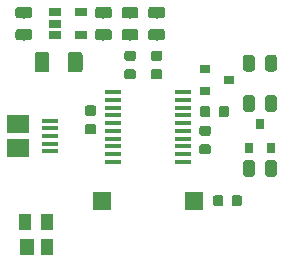
<source format=gbr>
G04 #@! TF.GenerationSoftware,KiCad,Pcbnew,(5.1.4-7-g8dd734fbd)*
G04 #@! TF.CreationDate,2019-08-30T10:47:23+03:00*
G04 #@! TF.ProjectId,stm32_ds2480_emu,73746d33-325f-4647-9332-3438305f656d,rev?*
G04 #@! TF.SameCoordinates,Original*
G04 #@! TF.FileFunction,Paste,Top*
G04 #@! TF.FilePolarity,Positive*
%FSLAX46Y46*%
G04 Gerber Fmt 4.6, Leading zero omitted, Abs format (unit mm)*
G04 Created by KiCad (PCBNEW (5.1.4-7-g8dd734fbd)) date 2019-08-30 10:47:23*
%MOMM*%
%LPD*%
G04 APERTURE LIST*
%ADD10C,0.100000*%
%ADD11C,0.975000*%
%ADD12C,0.875000*%
%ADD13R,1.000000X1.400000*%
%ADD14R,1.200000X1.400000*%
%ADD15R,0.800000X0.900000*%
%ADD16C,1.250000*%
%ADD17R,1.900000X1.500000*%
%ADD18R,1.350000X0.400000*%
%ADD19R,0.900000X0.800000*%
%ADD20R,1.500000X1.500000*%
%ADD21R,1.060000X0.650000*%
%ADD22R,1.450000X0.450000*%
G04 APERTURE END LIST*
D10*
G36*
X115230142Y-76201174D02*
G01*
X115253803Y-76204684D01*
X115277007Y-76210496D01*
X115299529Y-76218554D01*
X115321153Y-76228782D01*
X115341670Y-76241079D01*
X115360883Y-76255329D01*
X115378607Y-76271393D01*
X115394671Y-76289117D01*
X115408921Y-76308330D01*
X115421218Y-76328847D01*
X115431446Y-76350471D01*
X115439504Y-76372993D01*
X115445316Y-76396197D01*
X115448826Y-76419858D01*
X115450000Y-76443750D01*
X115450000Y-76931250D01*
X115448826Y-76955142D01*
X115445316Y-76978803D01*
X115439504Y-77002007D01*
X115431446Y-77024529D01*
X115421218Y-77046153D01*
X115408921Y-77066670D01*
X115394671Y-77085883D01*
X115378607Y-77103607D01*
X115360883Y-77119671D01*
X115341670Y-77133921D01*
X115321153Y-77146218D01*
X115299529Y-77156446D01*
X115277007Y-77164504D01*
X115253803Y-77170316D01*
X115230142Y-77173826D01*
X115206250Y-77175000D01*
X114293750Y-77175000D01*
X114269858Y-77173826D01*
X114246197Y-77170316D01*
X114222993Y-77164504D01*
X114200471Y-77156446D01*
X114178847Y-77146218D01*
X114158330Y-77133921D01*
X114139117Y-77119671D01*
X114121393Y-77103607D01*
X114105329Y-77085883D01*
X114091079Y-77066670D01*
X114078782Y-77046153D01*
X114068554Y-77024529D01*
X114060496Y-77002007D01*
X114054684Y-76978803D01*
X114051174Y-76955142D01*
X114050000Y-76931250D01*
X114050000Y-76443750D01*
X114051174Y-76419858D01*
X114054684Y-76396197D01*
X114060496Y-76372993D01*
X114068554Y-76350471D01*
X114078782Y-76328847D01*
X114091079Y-76308330D01*
X114105329Y-76289117D01*
X114121393Y-76271393D01*
X114139117Y-76255329D01*
X114158330Y-76241079D01*
X114178847Y-76228782D01*
X114200471Y-76218554D01*
X114222993Y-76210496D01*
X114246197Y-76204684D01*
X114269858Y-76201174D01*
X114293750Y-76200000D01*
X115206250Y-76200000D01*
X115230142Y-76201174D01*
X115230142Y-76201174D01*
G37*
D11*
X114750000Y-76687500D03*
D10*
G36*
X115230142Y-74326174D02*
G01*
X115253803Y-74329684D01*
X115277007Y-74335496D01*
X115299529Y-74343554D01*
X115321153Y-74353782D01*
X115341670Y-74366079D01*
X115360883Y-74380329D01*
X115378607Y-74396393D01*
X115394671Y-74414117D01*
X115408921Y-74433330D01*
X115421218Y-74453847D01*
X115431446Y-74475471D01*
X115439504Y-74497993D01*
X115445316Y-74521197D01*
X115448826Y-74544858D01*
X115450000Y-74568750D01*
X115450000Y-75056250D01*
X115448826Y-75080142D01*
X115445316Y-75103803D01*
X115439504Y-75127007D01*
X115431446Y-75149529D01*
X115421218Y-75171153D01*
X115408921Y-75191670D01*
X115394671Y-75210883D01*
X115378607Y-75228607D01*
X115360883Y-75244671D01*
X115341670Y-75258921D01*
X115321153Y-75271218D01*
X115299529Y-75281446D01*
X115277007Y-75289504D01*
X115253803Y-75295316D01*
X115230142Y-75298826D01*
X115206250Y-75300000D01*
X114293750Y-75300000D01*
X114269858Y-75298826D01*
X114246197Y-75295316D01*
X114222993Y-75289504D01*
X114200471Y-75281446D01*
X114178847Y-75271218D01*
X114158330Y-75258921D01*
X114139117Y-75244671D01*
X114121393Y-75228607D01*
X114105329Y-75210883D01*
X114091079Y-75191670D01*
X114078782Y-75171153D01*
X114068554Y-75149529D01*
X114060496Y-75127007D01*
X114054684Y-75103803D01*
X114051174Y-75080142D01*
X114050000Y-75056250D01*
X114050000Y-74568750D01*
X114051174Y-74544858D01*
X114054684Y-74521197D01*
X114060496Y-74497993D01*
X114068554Y-74475471D01*
X114078782Y-74453847D01*
X114091079Y-74433330D01*
X114105329Y-74414117D01*
X114121393Y-74396393D01*
X114139117Y-74380329D01*
X114158330Y-74366079D01*
X114178847Y-74353782D01*
X114200471Y-74343554D01*
X114222993Y-74335496D01*
X114246197Y-74329684D01*
X114269858Y-74326174D01*
X114293750Y-74325000D01*
X115206250Y-74325000D01*
X115230142Y-74326174D01*
X115230142Y-74326174D01*
G37*
D11*
X114750000Y-74812500D03*
D10*
G36*
X121980142Y-76201174D02*
G01*
X122003803Y-76204684D01*
X122027007Y-76210496D01*
X122049529Y-76218554D01*
X122071153Y-76228782D01*
X122091670Y-76241079D01*
X122110883Y-76255329D01*
X122128607Y-76271393D01*
X122144671Y-76289117D01*
X122158921Y-76308330D01*
X122171218Y-76328847D01*
X122181446Y-76350471D01*
X122189504Y-76372993D01*
X122195316Y-76396197D01*
X122198826Y-76419858D01*
X122200000Y-76443750D01*
X122200000Y-76931250D01*
X122198826Y-76955142D01*
X122195316Y-76978803D01*
X122189504Y-77002007D01*
X122181446Y-77024529D01*
X122171218Y-77046153D01*
X122158921Y-77066670D01*
X122144671Y-77085883D01*
X122128607Y-77103607D01*
X122110883Y-77119671D01*
X122091670Y-77133921D01*
X122071153Y-77146218D01*
X122049529Y-77156446D01*
X122027007Y-77164504D01*
X122003803Y-77170316D01*
X121980142Y-77173826D01*
X121956250Y-77175000D01*
X121043750Y-77175000D01*
X121019858Y-77173826D01*
X120996197Y-77170316D01*
X120972993Y-77164504D01*
X120950471Y-77156446D01*
X120928847Y-77146218D01*
X120908330Y-77133921D01*
X120889117Y-77119671D01*
X120871393Y-77103607D01*
X120855329Y-77085883D01*
X120841079Y-77066670D01*
X120828782Y-77046153D01*
X120818554Y-77024529D01*
X120810496Y-77002007D01*
X120804684Y-76978803D01*
X120801174Y-76955142D01*
X120800000Y-76931250D01*
X120800000Y-76443750D01*
X120801174Y-76419858D01*
X120804684Y-76396197D01*
X120810496Y-76372993D01*
X120818554Y-76350471D01*
X120828782Y-76328847D01*
X120841079Y-76308330D01*
X120855329Y-76289117D01*
X120871393Y-76271393D01*
X120889117Y-76255329D01*
X120908330Y-76241079D01*
X120928847Y-76228782D01*
X120950471Y-76218554D01*
X120972993Y-76210496D01*
X120996197Y-76204684D01*
X121019858Y-76201174D01*
X121043750Y-76200000D01*
X121956250Y-76200000D01*
X121980142Y-76201174D01*
X121980142Y-76201174D01*
G37*
D11*
X121500000Y-76687500D03*
D10*
G36*
X121980142Y-74326174D02*
G01*
X122003803Y-74329684D01*
X122027007Y-74335496D01*
X122049529Y-74343554D01*
X122071153Y-74353782D01*
X122091670Y-74366079D01*
X122110883Y-74380329D01*
X122128607Y-74396393D01*
X122144671Y-74414117D01*
X122158921Y-74433330D01*
X122171218Y-74453847D01*
X122181446Y-74475471D01*
X122189504Y-74497993D01*
X122195316Y-74521197D01*
X122198826Y-74544858D01*
X122200000Y-74568750D01*
X122200000Y-75056250D01*
X122198826Y-75080142D01*
X122195316Y-75103803D01*
X122189504Y-75127007D01*
X122181446Y-75149529D01*
X122171218Y-75171153D01*
X122158921Y-75191670D01*
X122144671Y-75210883D01*
X122128607Y-75228607D01*
X122110883Y-75244671D01*
X122091670Y-75258921D01*
X122071153Y-75271218D01*
X122049529Y-75281446D01*
X122027007Y-75289504D01*
X122003803Y-75295316D01*
X121980142Y-75298826D01*
X121956250Y-75300000D01*
X121043750Y-75300000D01*
X121019858Y-75298826D01*
X120996197Y-75295316D01*
X120972993Y-75289504D01*
X120950471Y-75281446D01*
X120928847Y-75271218D01*
X120908330Y-75258921D01*
X120889117Y-75244671D01*
X120871393Y-75228607D01*
X120855329Y-75210883D01*
X120841079Y-75191670D01*
X120828782Y-75171153D01*
X120818554Y-75149529D01*
X120810496Y-75127007D01*
X120804684Y-75103803D01*
X120801174Y-75080142D01*
X120800000Y-75056250D01*
X120800000Y-74568750D01*
X120801174Y-74544858D01*
X120804684Y-74521197D01*
X120810496Y-74497993D01*
X120818554Y-74475471D01*
X120828782Y-74453847D01*
X120841079Y-74433330D01*
X120855329Y-74414117D01*
X120871393Y-74396393D01*
X120889117Y-74380329D01*
X120908330Y-74366079D01*
X120928847Y-74353782D01*
X120950471Y-74343554D01*
X120972993Y-74335496D01*
X120996197Y-74329684D01*
X121019858Y-74326174D01*
X121043750Y-74325000D01*
X121956250Y-74325000D01*
X121980142Y-74326174D01*
X121980142Y-74326174D01*
G37*
D11*
X121500000Y-74812500D03*
D10*
G36*
X120677691Y-82676053D02*
G01*
X120698926Y-82679203D01*
X120719750Y-82684419D01*
X120739962Y-82691651D01*
X120759368Y-82700830D01*
X120777781Y-82711866D01*
X120795024Y-82724654D01*
X120810930Y-82739070D01*
X120825346Y-82754976D01*
X120838134Y-82772219D01*
X120849170Y-82790632D01*
X120858349Y-82810038D01*
X120865581Y-82830250D01*
X120870797Y-82851074D01*
X120873947Y-82872309D01*
X120875000Y-82893750D01*
X120875000Y-83331250D01*
X120873947Y-83352691D01*
X120870797Y-83373926D01*
X120865581Y-83394750D01*
X120858349Y-83414962D01*
X120849170Y-83434368D01*
X120838134Y-83452781D01*
X120825346Y-83470024D01*
X120810930Y-83485930D01*
X120795024Y-83500346D01*
X120777781Y-83513134D01*
X120759368Y-83524170D01*
X120739962Y-83533349D01*
X120719750Y-83540581D01*
X120698926Y-83545797D01*
X120677691Y-83548947D01*
X120656250Y-83550000D01*
X120143750Y-83550000D01*
X120122309Y-83548947D01*
X120101074Y-83545797D01*
X120080250Y-83540581D01*
X120060038Y-83533349D01*
X120040632Y-83524170D01*
X120022219Y-83513134D01*
X120004976Y-83500346D01*
X119989070Y-83485930D01*
X119974654Y-83470024D01*
X119961866Y-83452781D01*
X119950830Y-83434368D01*
X119941651Y-83414962D01*
X119934419Y-83394750D01*
X119929203Y-83373926D01*
X119926053Y-83352691D01*
X119925000Y-83331250D01*
X119925000Y-82893750D01*
X119926053Y-82872309D01*
X119929203Y-82851074D01*
X119934419Y-82830250D01*
X119941651Y-82810038D01*
X119950830Y-82790632D01*
X119961866Y-82772219D01*
X119974654Y-82754976D01*
X119989070Y-82739070D01*
X120004976Y-82724654D01*
X120022219Y-82711866D01*
X120040632Y-82700830D01*
X120060038Y-82691651D01*
X120080250Y-82684419D01*
X120101074Y-82679203D01*
X120122309Y-82676053D01*
X120143750Y-82675000D01*
X120656250Y-82675000D01*
X120677691Y-82676053D01*
X120677691Y-82676053D01*
G37*
D12*
X120400000Y-83112500D03*
D10*
G36*
X120677691Y-84251053D02*
G01*
X120698926Y-84254203D01*
X120719750Y-84259419D01*
X120739962Y-84266651D01*
X120759368Y-84275830D01*
X120777781Y-84286866D01*
X120795024Y-84299654D01*
X120810930Y-84314070D01*
X120825346Y-84329976D01*
X120838134Y-84347219D01*
X120849170Y-84365632D01*
X120858349Y-84385038D01*
X120865581Y-84405250D01*
X120870797Y-84426074D01*
X120873947Y-84447309D01*
X120875000Y-84468750D01*
X120875000Y-84906250D01*
X120873947Y-84927691D01*
X120870797Y-84948926D01*
X120865581Y-84969750D01*
X120858349Y-84989962D01*
X120849170Y-85009368D01*
X120838134Y-85027781D01*
X120825346Y-85045024D01*
X120810930Y-85060930D01*
X120795024Y-85075346D01*
X120777781Y-85088134D01*
X120759368Y-85099170D01*
X120739962Y-85108349D01*
X120719750Y-85115581D01*
X120698926Y-85120797D01*
X120677691Y-85123947D01*
X120656250Y-85125000D01*
X120143750Y-85125000D01*
X120122309Y-85123947D01*
X120101074Y-85120797D01*
X120080250Y-85115581D01*
X120060038Y-85108349D01*
X120040632Y-85099170D01*
X120022219Y-85088134D01*
X120004976Y-85075346D01*
X119989070Y-85060930D01*
X119974654Y-85045024D01*
X119961866Y-85027781D01*
X119950830Y-85009368D01*
X119941651Y-84989962D01*
X119934419Y-84969750D01*
X119929203Y-84948926D01*
X119926053Y-84927691D01*
X119925000Y-84906250D01*
X119925000Y-84468750D01*
X119926053Y-84447309D01*
X119929203Y-84426074D01*
X119934419Y-84405250D01*
X119941651Y-84385038D01*
X119950830Y-84365632D01*
X119961866Y-84347219D01*
X119974654Y-84329976D01*
X119989070Y-84314070D01*
X120004976Y-84299654D01*
X120022219Y-84286866D01*
X120040632Y-84275830D01*
X120060038Y-84266651D01*
X120080250Y-84259419D01*
X120101074Y-84254203D01*
X120122309Y-84251053D01*
X120143750Y-84250000D01*
X120656250Y-84250000D01*
X120677691Y-84251053D01*
X120677691Y-84251053D01*
G37*
D12*
X120400000Y-84687500D03*
D10*
G36*
X130377691Y-85951053D02*
G01*
X130398926Y-85954203D01*
X130419750Y-85959419D01*
X130439962Y-85966651D01*
X130459368Y-85975830D01*
X130477781Y-85986866D01*
X130495024Y-85999654D01*
X130510930Y-86014070D01*
X130525346Y-86029976D01*
X130538134Y-86047219D01*
X130549170Y-86065632D01*
X130558349Y-86085038D01*
X130565581Y-86105250D01*
X130570797Y-86126074D01*
X130573947Y-86147309D01*
X130575000Y-86168750D01*
X130575000Y-86606250D01*
X130573947Y-86627691D01*
X130570797Y-86648926D01*
X130565581Y-86669750D01*
X130558349Y-86689962D01*
X130549170Y-86709368D01*
X130538134Y-86727781D01*
X130525346Y-86745024D01*
X130510930Y-86760930D01*
X130495024Y-86775346D01*
X130477781Y-86788134D01*
X130459368Y-86799170D01*
X130439962Y-86808349D01*
X130419750Y-86815581D01*
X130398926Y-86820797D01*
X130377691Y-86823947D01*
X130356250Y-86825000D01*
X129843750Y-86825000D01*
X129822309Y-86823947D01*
X129801074Y-86820797D01*
X129780250Y-86815581D01*
X129760038Y-86808349D01*
X129740632Y-86799170D01*
X129722219Y-86788134D01*
X129704976Y-86775346D01*
X129689070Y-86760930D01*
X129674654Y-86745024D01*
X129661866Y-86727781D01*
X129650830Y-86709368D01*
X129641651Y-86689962D01*
X129634419Y-86669750D01*
X129629203Y-86648926D01*
X129626053Y-86627691D01*
X129625000Y-86606250D01*
X129625000Y-86168750D01*
X129626053Y-86147309D01*
X129629203Y-86126074D01*
X129634419Y-86105250D01*
X129641651Y-86085038D01*
X129650830Y-86065632D01*
X129661866Y-86047219D01*
X129674654Y-86029976D01*
X129689070Y-86014070D01*
X129704976Y-85999654D01*
X129722219Y-85986866D01*
X129740632Y-85975830D01*
X129760038Y-85966651D01*
X129780250Y-85959419D01*
X129801074Y-85954203D01*
X129822309Y-85951053D01*
X129843750Y-85950000D01*
X130356250Y-85950000D01*
X130377691Y-85951053D01*
X130377691Y-85951053D01*
G37*
D12*
X130100000Y-86387500D03*
D10*
G36*
X130377691Y-84376053D02*
G01*
X130398926Y-84379203D01*
X130419750Y-84384419D01*
X130439962Y-84391651D01*
X130459368Y-84400830D01*
X130477781Y-84411866D01*
X130495024Y-84424654D01*
X130510930Y-84439070D01*
X130525346Y-84454976D01*
X130538134Y-84472219D01*
X130549170Y-84490632D01*
X130558349Y-84510038D01*
X130565581Y-84530250D01*
X130570797Y-84551074D01*
X130573947Y-84572309D01*
X130575000Y-84593750D01*
X130575000Y-85031250D01*
X130573947Y-85052691D01*
X130570797Y-85073926D01*
X130565581Y-85094750D01*
X130558349Y-85114962D01*
X130549170Y-85134368D01*
X130538134Y-85152781D01*
X130525346Y-85170024D01*
X130510930Y-85185930D01*
X130495024Y-85200346D01*
X130477781Y-85213134D01*
X130459368Y-85224170D01*
X130439962Y-85233349D01*
X130419750Y-85240581D01*
X130398926Y-85245797D01*
X130377691Y-85248947D01*
X130356250Y-85250000D01*
X129843750Y-85250000D01*
X129822309Y-85248947D01*
X129801074Y-85245797D01*
X129780250Y-85240581D01*
X129760038Y-85233349D01*
X129740632Y-85224170D01*
X129722219Y-85213134D01*
X129704976Y-85200346D01*
X129689070Y-85185930D01*
X129674654Y-85170024D01*
X129661866Y-85152781D01*
X129650830Y-85134368D01*
X129641651Y-85114962D01*
X129634419Y-85094750D01*
X129629203Y-85073926D01*
X129626053Y-85052691D01*
X129625000Y-85031250D01*
X129625000Y-84593750D01*
X129626053Y-84572309D01*
X129629203Y-84551074D01*
X129634419Y-84530250D01*
X129641651Y-84510038D01*
X129650830Y-84490632D01*
X129661866Y-84472219D01*
X129674654Y-84454976D01*
X129689070Y-84439070D01*
X129704976Y-84424654D01*
X129722219Y-84411866D01*
X129740632Y-84400830D01*
X129760038Y-84391651D01*
X129780250Y-84384419D01*
X129801074Y-84379203D01*
X129822309Y-84376053D01*
X129843750Y-84375000D01*
X130356250Y-84375000D01*
X130377691Y-84376053D01*
X130377691Y-84376053D01*
G37*
D12*
X130100000Y-84812500D03*
D13*
X114850000Y-92500000D03*
X116750000Y-92500000D03*
X116750000Y-94700000D03*
D14*
X115030000Y-94700000D03*
D10*
G36*
X124230142Y-74326174D02*
G01*
X124253803Y-74329684D01*
X124277007Y-74335496D01*
X124299529Y-74343554D01*
X124321153Y-74353782D01*
X124341670Y-74366079D01*
X124360883Y-74380329D01*
X124378607Y-74396393D01*
X124394671Y-74414117D01*
X124408921Y-74433330D01*
X124421218Y-74453847D01*
X124431446Y-74475471D01*
X124439504Y-74497993D01*
X124445316Y-74521197D01*
X124448826Y-74544858D01*
X124450000Y-74568750D01*
X124450000Y-75056250D01*
X124448826Y-75080142D01*
X124445316Y-75103803D01*
X124439504Y-75127007D01*
X124431446Y-75149529D01*
X124421218Y-75171153D01*
X124408921Y-75191670D01*
X124394671Y-75210883D01*
X124378607Y-75228607D01*
X124360883Y-75244671D01*
X124341670Y-75258921D01*
X124321153Y-75271218D01*
X124299529Y-75281446D01*
X124277007Y-75289504D01*
X124253803Y-75295316D01*
X124230142Y-75298826D01*
X124206250Y-75300000D01*
X123293750Y-75300000D01*
X123269858Y-75298826D01*
X123246197Y-75295316D01*
X123222993Y-75289504D01*
X123200471Y-75281446D01*
X123178847Y-75271218D01*
X123158330Y-75258921D01*
X123139117Y-75244671D01*
X123121393Y-75228607D01*
X123105329Y-75210883D01*
X123091079Y-75191670D01*
X123078782Y-75171153D01*
X123068554Y-75149529D01*
X123060496Y-75127007D01*
X123054684Y-75103803D01*
X123051174Y-75080142D01*
X123050000Y-75056250D01*
X123050000Y-74568750D01*
X123051174Y-74544858D01*
X123054684Y-74521197D01*
X123060496Y-74497993D01*
X123068554Y-74475471D01*
X123078782Y-74453847D01*
X123091079Y-74433330D01*
X123105329Y-74414117D01*
X123121393Y-74396393D01*
X123139117Y-74380329D01*
X123158330Y-74366079D01*
X123178847Y-74353782D01*
X123200471Y-74343554D01*
X123222993Y-74335496D01*
X123246197Y-74329684D01*
X123269858Y-74326174D01*
X123293750Y-74325000D01*
X124206250Y-74325000D01*
X124230142Y-74326174D01*
X124230142Y-74326174D01*
G37*
D11*
X123750000Y-74812500D03*
D10*
G36*
X124230142Y-76201174D02*
G01*
X124253803Y-76204684D01*
X124277007Y-76210496D01*
X124299529Y-76218554D01*
X124321153Y-76228782D01*
X124341670Y-76241079D01*
X124360883Y-76255329D01*
X124378607Y-76271393D01*
X124394671Y-76289117D01*
X124408921Y-76308330D01*
X124421218Y-76328847D01*
X124431446Y-76350471D01*
X124439504Y-76372993D01*
X124445316Y-76396197D01*
X124448826Y-76419858D01*
X124450000Y-76443750D01*
X124450000Y-76931250D01*
X124448826Y-76955142D01*
X124445316Y-76978803D01*
X124439504Y-77002007D01*
X124431446Y-77024529D01*
X124421218Y-77046153D01*
X124408921Y-77066670D01*
X124394671Y-77085883D01*
X124378607Y-77103607D01*
X124360883Y-77119671D01*
X124341670Y-77133921D01*
X124321153Y-77146218D01*
X124299529Y-77156446D01*
X124277007Y-77164504D01*
X124253803Y-77170316D01*
X124230142Y-77173826D01*
X124206250Y-77175000D01*
X123293750Y-77175000D01*
X123269858Y-77173826D01*
X123246197Y-77170316D01*
X123222993Y-77164504D01*
X123200471Y-77156446D01*
X123178847Y-77146218D01*
X123158330Y-77133921D01*
X123139117Y-77119671D01*
X123121393Y-77103607D01*
X123105329Y-77085883D01*
X123091079Y-77066670D01*
X123078782Y-77046153D01*
X123068554Y-77024529D01*
X123060496Y-77002007D01*
X123054684Y-76978803D01*
X123051174Y-76955142D01*
X123050000Y-76931250D01*
X123050000Y-76443750D01*
X123051174Y-76419858D01*
X123054684Y-76396197D01*
X123060496Y-76372993D01*
X123068554Y-76350471D01*
X123078782Y-76328847D01*
X123091079Y-76308330D01*
X123105329Y-76289117D01*
X123121393Y-76271393D01*
X123139117Y-76255329D01*
X123158330Y-76241079D01*
X123178847Y-76228782D01*
X123200471Y-76218554D01*
X123222993Y-76210496D01*
X123246197Y-76204684D01*
X123269858Y-76201174D01*
X123293750Y-76200000D01*
X124206250Y-76200000D01*
X124230142Y-76201174D01*
X124230142Y-76201174D01*
G37*
D11*
X123750000Y-76687500D03*
D10*
G36*
X126480142Y-74326174D02*
G01*
X126503803Y-74329684D01*
X126527007Y-74335496D01*
X126549529Y-74343554D01*
X126571153Y-74353782D01*
X126591670Y-74366079D01*
X126610883Y-74380329D01*
X126628607Y-74396393D01*
X126644671Y-74414117D01*
X126658921Y-74433330D01*
X126671218Y-74453847D01*
X126681446Y-74475471D01*
X126689504Y-74497993D01*
X126695316Y-74521197D01*
X126698826Y-74544858D01*
X126700000Y-74568750D01*
X126700000Y-75056250D01*
X126698826Y-75080142D01*
X126695316Y-75103803D01*
X126689504Y-75127007D01*
X126681446Y-75149529D01*
X126671218Y-75171153D01*
X126658921Y-75191670D01*
X126644671Y-75210883D01*
X126628607Y-75228607D01*
X126610883Y-75244671D01*
X126591670Y-75258921D01*
X126571153Y-75271218D01*
X126549529Y-75281446D01*
X126527007Y-75289504D01*
X126503803Y-75295316D01*
X126480142Y-75298826D01*
X126456250Y-75300000D01*
X125543750Y-75300000D01*
X125519858Y-75298826D01*
X125496197Y-75295316D01*
X125472993Y-75289504D01*
X125450471Y-75281446D01*
X125428847Y-75271218D01*
X125408330Y-75258921D01*
X125389117Y-75244671D01*
X125371393Y-75228607D01*
X125355329Y-75210883D01*
X125341079Y-75191670D01*
X125328782Y-75171153D01*
X125318554Y-75149529D01*
X125310496Y-75127007D01*
X125304684Y-75103803D01*
X125301174Y-75080142D01*
X125300000Y-75056250D01*
X125300000Y-74568750D01*
X125301174Y-74544858D01*
X125304684Y-74521197D01*
X125310496Y-74497993D01*
X125318554Y-74475471D01*
X125328782Y-74453847D01*
X125341079Y-74433330D01*
X125355329Y-74414117D01*
X125371393Y-74396393D01*
X125389117Y-74380329D01*
X125408330Y-74366079D01*
X125428847Y-74353782D01*
X125450471Y-74343554D01*
X125472993Y-74335496D01*
X125496197Y-74329684D01*
X125519858Y-74326174D01*
X125543750Y-74325000D01*
X126456250Y-74325000D01*
X126480142Y-74326174D01*
X126480142Y-74326174D01*
G37*
D11*
X126000000Y-74812500D03*
D10*
G36*
X126480142Y-76201174D02*
G01*
X126503803Y-76204684D01*
X126527007Y-76210496D01*
X126549529Y-76218554D01*
X126571153Y-76228782D01*
X126591670Y-76241079D01*
X126610883Y-76255329D01*
X126628607Y-76271393D01*
X126644671Y-76289117D01*
X126658921Y-76308330D01*
X126671218Y-76328847D01*
X126681446Y-76350471D01*
X126689504Y-76372993D01*
X126695316Y-76396197D01*
X126698826Y-76419858D01*
X126700000Y-76443750D01*
X126700000Y-76931250D01*
X126698826Y-76955142D01*
X126695316Y-76978803D01*
X126689504Y-77002007D01*
X126681446Y-77024529D01*
X126671218Y-77046153D01*
X126658921Y-77066670D01*
X126644671Y-77085883D01*
X126628607Y-77103607D01*
X126610883Y-77119671D01*
X126591670Y-77133921D01*
X126571153Y-77146218D01*
X126549529Y-77156446D01*
X126527007Y-77164504D01*
X126503803Y-77170316D01*
X126480142Y-77173826D01*
X126456250Y-77175000D01*
X125543750Y-77175000D01*
X125519858Y-77173826D01*
X125496197Y-77170316D01*
X125472993Y-77164504D01*
X125450471Y-77156446D01*
X125428847Y-77146218D01*
X125408330Y-77133921D01*
X125389117Y-77119671D01*
X125371393Y-77103607D01*
X125355329Y-77085883D01*
X125341079Y-77066670D01*
X125328782Y-77046153D01*
X125318554Y-77024529D01*
X125310496Y-77002007D01*
X125304684Y-76978803D01*
X125301174Y-76955142D01*
X125300000Y-76931250D01*
X125300000Y-76443750D01*
X125301174Y-76419858D01*
X125304684Y-76396197D01*
X125310496Y-76372993D01*
X125318554Y-76350471D01*
X125328782Y-76328847D01*
X125341079Y-76308330D01*
X125355329Y-76289117D01*
X125371393Y-76271393D01*
X125389117Y-76255329D01*
X125408330Y-76241079D01*
X125428847Y-76228782D01*
X125450471Y-76218554D01*
X125472993Y-76210496D01*
X125496197Y-76204684D01*
X125519858Y-76201174D01*
X125543750Y-76200000D01*
X126456250Y-76200000D01*
X126480142Y-76201174D01*
X126480142Y-76201174D01*
G37*
D11*
X126000000Y-76687500D03*
D15*
X134750000Y-84250000D03*
X135700000Y-86250000D03*
X133800000Y-86250000D03*
D10*
G36*
X119499504Y-78126204D02*
G01*
X119523773Y-78129804D01*
X119547571Y-78135765D01*
X119570671Y-78144030D01*
X119592849Y-78154520D01*
X119613893Y-78167133D01*
X119633598Y-78181747D01*
X119651777Y-78198223D01*
X119668253Y-78216402D01*
X119682867Y-78236107D01*
X119695480Y-78257151D01*
X119705970Y-78279329D01*
X119714235Y-78302429D01*
X119720196Y-78326227D01*
X119723796Y-78350496D01*
X119725000Y-78375000D01*
X119725000Y-79625000D01*
X119723796Y-79649504D01*
X119720196Y-79673773D01*
X119714235Y-79697571D01*
X119705970Y-79720671D01*
X119695480Y-79742849D01*
X119682867Y-79763893D01*
X119668253Y-79783598D01*
X119651777Y-79801777D01*
X119633598Y-79818253D01*
X119613893Y-79832867D01*
X119592849Y-79845480D01*
X119570671Y-79855970D01*
X119547571Y-79864235D01*
X119523773Y-79870196D01*
X119499504Y-79873796D01*
X119475000Y-79875000D01*
X118725000Y-79875000D01*
X118700496Y-79873796D01*
X118676227Y-79870196D01*
X118652429Y-79864235D01*
X118629329Y-79855970D01*
X118607151Y-79845480D01*
X118586107Y-79832867D01*
X118566402Y-79818253D01*
X118548223Y-79801777D01*
X118531747Y-79783598D01*
X118517133Y-79763893D01*
X118504520Y-79742849D01*
X118494030Y-79720671D01*
X118485765Y-79697571D01*
X118479804Y-79673773D01*
X118476204Y-79649504D01*
X118475000Y-79625000D01*
X118475000Y-78375000D01*
X118476204Y-78350496D01*
X118479804Y-78326227D01*
X118485765Y-78302429D01*
X118494030Y-78279329D01*
X118504520Y-78257151D01*
X118517133Y-78236107D01*
X118531747Y-78216402D01*
X118548223Y-78198223D01*
X118566402Y-78181747D01*
X118586107Y-78167133D01*
X118607151Y-78154520D01*
X118629329Y-78144030D01*
X118652429Y-78135765D01*
X118676227Y-78129804D01*
X118700496Y-78126204D01*
X118725000Y-78125000D01*
X119475000Y-78125000D01*
X119499504Y-78126204D01*
X119499504Y-78126204D01*
G37*
D16*
X119100000Y-79000000D03*
D10*
G36*
X116699504Y-78126204D02*
G01*
X116723773Y-78129804D01*
X116747571Y-78135765D01*
X116770671Y-78144030D01*
X116792849Y-78154520D01*
X116813893Y-78167133D01*
X116833598Y-78181747D01*
X116851777Y-78198223D01*
X116868253Y-78216402D01*
X116882867Y-78236107D01*
X116895480Y-78257151D01*
X116905970Y-78279329D01*
X116914235Y-78302429D01*
X116920196Y-78326227D01*
X116923796Y-78350496D01*
X116925000Y-78375000D01*
X116925000Y-79625000D01*
X116923796Y-79649504D01*
X116920196Y-79673773D01*
X116914235Y-79697571D01*
X116905970Y-79720671D01*
X116895480Y-79742849D01*
X116882867Y-79763893D01*
X116868253Y-79783598D01*
X116851777Y-79801777D01*
X116833598Y-79818253D01*
X116813893Y-79832867D01*
X116792849Y-79845480D01*
X116770671Y-79855970D01*
X116747571Y-79864235D01*
X116723773Y-79870196D01*
X116699504Y-79873796D01*
X116675000Y-79875000D01*
X115925000Y-79875000D01*
X115900496Y-79873796D01*
X115876227Y-79870196D01*
X115852429Y-79864235D01*
X115829329Y-79855970D01*
X115807151Y-79845480D01*
X115786107Y-79832867D01*
X115766402Y-79818253D01*
X115748223Y-79801777D01*
X115731747Y-79783598D01*
X115717133Y-79763893D01*
X115704520Y-79742849D01*
X115694030Y-79720671D01*
X115685765Y-79697571D01*
X115679804Y-79673773D01*
X115676204Y-79649504D01*
X115675000Y-79625000D01*
X115675000Y-78375000D01*
X115676204Y-78350496D01*
X115679804Y-78326227D01*
X115685765Y-78302429D01*
X115694030Y-78279329D01*
X115704520Y-78257151D01*
X115717133Y-78236107D01*
X115731747Y-78216402D01*
X115748223Y-78198223D01*
X115766402Y-78181747D01*
X115786107Y-78167133D01*
X115807151Y-78154520D01*
X115829329Y-78144030D01*
X115852429Y-78135765D01*
X115876227Y-78129804D01*
X115900496Y-78126204D01*
X115925000Y-78125000D01*
X116675000Y-78125000D01*
X116699504Y-78126204D01*
X116699504Y-78126204D01*
G37*
D16*
X116300000Y-79000000D03*
D17*
X114262500Y-86250000D03*
D18*
X116962500Y-84600000D03*
X116962500Y-83950000D03*
X116962500Y-86550000D03*
X116962500Y-85900000D03*
X116962500Y-85250000D03*
D17*
X114262500Y-84250000D03*
D19*
X132100000Y-80500000D03*
X130100000Y-81450000D03*
X130100000Y-79550000D03*
D10*
G36*
X133027691Y-90276053D02*
G01*
X133048926Y-90279203D01*
X133069750Y-90284419D01*
X133089962Y-90291651D01*
X133109368Y-90300830D01*
X133127781Y-90311866D01*
X133145024Y-90324654D01*
X133160930Y-90339070D01*
X133175346Y-90354976D01*
X133188134Y-90372219D01*
X133199170Y-90390632D01*
X133208349Y-90410038D01*
X133215581Y-90430250D01*
X133220797Y-90451074D01*
X133223947Y-90472309D01*
X133225000Y-90493750D01*
X133225000Y-91006250D01*
X133223947Y-91027691D01*
X133220797Y-91048926D01*
X133215581Y-91069750D01*
X133208349Y-91089962D01*
X133199170Y-91109368D01*
X133188134Y-91127781D01*
X133175346Y-91145024D01*
X133160930Y-91160930D01*
X133145024Y-91175346D01*
X133127781Y-91188134D01*
X133109368Y-91199170D01*
X133089962Y-91208349D01*
X133069750Y-91215581D01*
X133048926Y-91220797D01*
X133027691Y-91223947D01*
X133006250Y-91225000D01*
X132568750Y-91225000D01*
X132547309Y-91223947D01*
X132526074Y-91220797D01*
X132505250Y-91215581D01*
X132485038Y-91208349D01*
X132465632Y-91199170D01*
X132447219Y-91188134D01*
X132429976Y-91175346D01*
X132414070Y-91160930D01*
X132399654Y-91145024D01*
X132386866Y-91127781D01*
X132375830Y-91109368D01*
X132366651Y-91089962D01*
X132359419Y-91069750D01*
X132354203Y-91048926D01*
X132351053Y-91027691D01*
X132350000Y-91006250D01*
X132350000Y-90493750D01*
X132351053Y-90472309D01*
X132354203Y-90451074D01*
X132359419Y-90430250D01*
X132366651Y-90410038D01*
X132375830Y-90390632D01*
X132386866Y-90372219D01*
X132399654Y-90354976D01*
X132414070Y-90339070D01*
X132429976Y-90324654D01*
X132447219Y-90311866D01*
X132465632Y-90300830D01*
X132485038Y-90291651D01*
X132505250Y-90284419D01*
X132526074Y-90279203D01*
X132547309Y-90276053D01*
X132568750Y-90275000D01*
X133006250Y-90275000D01*
X133027691Y-90276053D01*
X133027691Y-90276053D01*
G37*
D12*
X132787500Y-90750000D03*
D10*
G36*
X131452691Y-90276053D02*
G01*
X131473926Y-90279203D01*
X131494750Y-90284419D01*
X131514962Y-90291651D01*
X131534368Y-90300830D01*
X131552781Y-90311866D01*
X131570024Y-90324654D01*
X131585930Y-90339070D01*
X131600346Y-90354976D01*
X131613134Y-90372219D01*
X131624170Y-90390632D01*
X131633349Y-90410038D01*
X131640581Y-90430250D01*
X131645797Y-90451074D01*
X131648947Y-90472309D01*
X131650000Y-90493750D01*
X131650000Y-91006250D01*
X131648947Y-91027691D01*
X131645797Y-91048926D01*
X131640581Y-91069750D01*
X131633349Y-91089962D01*
X131624170Y-91109368D01*
X131613134Y-91127781D01*
X131600346Y-91145024D01*
X131585930Y-91160930D01*
X131570024Y-91175346D01*
X131552781Y-91188134D01*
X131534368Y-91199170D01*
X131514962Y-91208349D01*
X131494750Y-91215581D01*
X131473926Y-91220797D01*
X131452691Y-91223947D01*
X131431250Y-91225000D01*
X130993750Y-91225000D01*
X130972309Y-91223947D01*
X130951074Y-91220797D01*
X130930250Y-91215581D01*
X130910038Y-91208349D01*
X130890632Y-91199170D01*
X130872219Y-91188134D01*
X130854976Y-91175346D01*
X130839070Y-91160930D01*
X130824654Y-91145024D01*
X130811866Y-91127781D01*
X130800830Y-91109368D01*
X130791651Y-91089962D01*
X130784419Y-91069750D01*
X130779203Y-91048926D01*
X130776053Y-91027691D01*
X130775000Y-91006250D01*
X130775000Y-90493750D01*
X130776053Y-90472309D01*
X130779203Y-90451074D01*
X130784419Y-90430250D01*
X130791651Y-90410038D01*
X130800830Y-90390632D01*
X130811866Y-90372219D01*
X130824654Y-90354976D01*
X130839070Y-90339070D01*
X130854976Y-90324654D01*
X130872219Y-90311866D01*
X130890632Y-90300830D01*
X130910038Y-90291651D01*
X130930250Y-90284419D01*
X130951074Y-90279203D01*
X130972309Y-90276053D01*
X130993750Y-90275000D01*
X131431250Y-90275000D01*
X131452691Y-90276053D01*
X131452691Y-90276053D01*
G37*
D12*
X131212500Y-90750000D03*
D10*
G36*
X124027691Y-79601053D02*
G01*
X124048926Y-79604203D01*
X124069750Y-79609419D01*
X124089962Y-79616651D01*
X124109368Y-79625830D01*
X124127781Y-79636866D01*
X124145024Y-79649654D01*
X124160930Y-79664070D01*
X124175346Y-79679976D01*
X124188134Y-79697219D01*
X124199170Y-79715632D01*
X124208349Y-79735038D01*
X124215581Y-79755250D01*
X124220797Y-79776074D01*
X124223947Y-79797309D01*
X124225000Y-79818750D01*
X124225000Y-80256250D01*
X124223947Y-80277691D01*
X124220797Y-80298926D01*
X124215581Y-80319750D01*
X124208349Y-80339962D01*
X124199170Y-80359368D01*
X124188134Y-80377781D01*
X124175346Y-80395024D01*
X124160930Y-80410930D01*
X124145024Y-80425346D01*
X124127781Y-80438134D01*
X124109368Y-80449170D01*
X124089962Y-80458349D01*
X124069750Y-80465581D01*
X124048926Y-80470797D01*
X124027691Y-80473947D01*
X124006250Y-80475000D01*
X123493750Y-80475000D01*
X123472309Y-80473947D01*
X123451074Y-80470797D01*
X123430250Y-80465581D01*
X123410038Y-80458349D01*
X123390632Y-80449170D01*
X123372219Y-80438134D01*
X123354976Y-80425346D01*
X123339070Y-80410930D01*
X123324654Y-80395024D01*
X123311866Y-80377781D01*
X123300830Y-80359368D01*
X123291651Y-80339962D01*
X123284419Y-80319750D01*
X123279203Y-80298926D01*
X123276053Y-80277691D01*
X123275000Y-80256250D01*
X123275000Y-79818750D01*
X123276053Y-79797309D01*
X123279203Y-79776074D01*
X123284419Y-79755250D01*
X123291651Y-79735038D01*
X123300830Y-79715632D01*
X123311866Y-79697219D01*
X123324654Y-79679976D01*
X123339070Y-79664070D01*
X123354976Y-79649654D01*
X123372219Y-79636866D01*
X123390632Y-79625830D01*
X123410038Y-79616651D01*
X123430250Y-79609419D01*
X123451074Y-79604203D01*
X123472309Y-79601053D01*
X123493750Y-79600000D01*
X124006250Y-79600000D01*
X124027691Y-79601053D01*
X124027691Y-79601053D01*
G37*
D12*
X123750000Y-80037500D03*
D10*
G36*
X124027691Y-78026053D02*
G01*
X124048926Y-78029203D01*
X124069750Y-78034419D01*
X124089962Y-78041651D01*
X124109368Y-78050830D01*
X124127781Y-78061866D01*
X124145024Y-78074654D01*
X124160930Y-78089070D01*
X124175346Y-78104976D01*
X124188134Y-78122219D01*
X124199170Y-78140632D01*
X124208349Y-78160038D01*
X124215581Y-78180250D01*
X124220797Y-78201074D01*
X124223947Y-78222309D01*
X124225000Y-78243750D01*
X124225000Y-78681250D01*
X124223947Y-78702691D01*
X124220797Y-78723926D01*
X124215581Y-78744750D01*
X124208349Y-78764962D01*
X124199170Y-78784368D01*
X124188134Y-78802781D01*
X124175346Y-78820024D01*
X124160930Y-78835930D01*
X124145024Y-78850346D01*
X124127781Y-78863134D01*
X124109368Y-78874170D01*
X124089962Y-78883349D01*
X124069750Y-78890581D01*
X124048926Y-78895797D01*
X124027691Y-78898947D01*
X124006250Y-78900000D01*
X123493750Y-78900000D01*
X123472309Y-78898947D01*
X123451074Y-78895797D01*
X123430250Y-78890581D01*
X123410038Y-78883349D01*
X123390632Y-78874170D01*
X123372219Y-78863134D01*
X123354976Y-78850346D01*
X123339070Y-78835930D01*
X123324654Y-78820024D01*
X123311866Y-78802781D01*
X123300830Y-78784368D01*
X123291651Y-78764962D01*
X123284419Y-78744750D01*
X123279203Y-78723926D01*
X123276053Y-78702691D01*
X123275000Y-78681250D01*
X123275000Y-78243750D01*
X123276053Y-78222309D01*
X123279203Y-78201074D01*
X123284419Y-78180250D01*
X123291651Y-78160038D01*
X123300830Y-78140632D01*
X123311866Y-78122219D01*
X123324654Y-78104976D01*
X123339070Y-78089070D01*
X123354976Y-78074654D01*
X123372219Y-78061866D01*
X123390632Y-78050830D01*
X123410038Y-78041651D01*
X123430250Y-78034419D01*
X123451074Y-78029203D01*
X123472309Y-78026053D01*
X123493750Y-78025000D01*
X124006250Y-78025000D01*
X124027691Y-78026053D01*
X124027691Y-78026053D01*
G37*
D12*
X123750000Y-78462500D03*
D10*
G36*
X126277691Y-79601053D02*
G01*
X126298926Y-79604203D01*
X126319750Y-79609419D01*
X126339962Y-79616651D01*
X126359368Y-79625830D01*
X126377781Y-79636866D01*
X126395024Y-79649654D01*
X126410930Y-79664070D01*
X126425346Y-79679976D01*
X126438134Y-79697219D01*
X126449170Y-79715632D01*
X126458349Y-79735038D01*
X126465581Y-79755250D01*
X126470797Y-79776074D01*
X126473947Y-79797309D01*
X126475000Y-79818750D01*
X126475000Y-80256250D01*
X126473947Y-80277691D01*
X126470797Y-80298926D01*
X126465581Y-80319750D01*
X126458349Y-80339962D01*
X126449170Y-80359368D01*
X126438134Y-80377781D01*
X126425346Y-80395024D01*
X126410930Y-80410930D01*
X126395024Y-80425346D01*
X126377781Y-80438134D01*
X126359368Y-80449170D01*
X126339962Y-80458349D01*
X126319750Y-80465581D01*
X126298926Y-80470797D01*
X126277691Y-80473947D01*
X126256250Y-80475000D01*
X125743750Y-80475000D01*
X125722309Y-80473947D01*
X125701074Y-80470797D01*
X125680250Y-80465581D01*
X125660038Y-80458349D01*
X125640632Y-80449170D01*
X125622219Y-80438134D01*
X125604976Y-80425346D01*
X125589070Y-80410930D01*
X125574654Y-80395024D01*
X125561866Y-80377781D01*
X125550830Y-80359368D01*
X125541651Y-80339962D01*
X125534419Y-80319750D01*
X125529203Y-80298926D01*
X125526053Y-80277691D01*
X125525000Y-80256250D01*
X125525000Y-79818750D01*
X125526053Y-79797309D01*
X125529203Y-79776074D01*
X125534419Y-79755250D01*
X125541651Y-79735038D01*
X125550830Y-79715632D01*
X125561866Y-79697219D01*
X125574654Y-79679976D01*
X125589070Y-79664070D01*
X125604976Y-79649654D01*
X125622219Y-79636866D01*
X125640632Y-79625830D01*
X125660038Y-79616651D01*
X125680250Y-79609419D01*
X125701074Y-79604203D01*
X125722309Y-79601053D01*
X125743750Y-79600000D01*
X126256250Y-79600000D01*
X126277691Y-79601053D01*
X126277691Y-79601053D01*
G37*
D12*
X126000000Y-80037500D03*
D10*
G36*
X126277691Y-78026053D02*
G01*
X126298926Y-78029203D01*
X126319750Y-78034419D01*
X126339962Y-78041651D01*
X126359368Y-78050830D01*
X126377781Y-78061866D01*
X126395024Y-78074654D01*
X126410930Y-78089070D01*
X126425346Y-78104976D01*
X126438134Y-78122219D01*
X126449170Y-78140632D01*
X126458349Y-78160038D01*
X126465581Y-78180250D01*
X126470797Y-78201074D01*
X126473947Y-78222309D01*
X126475000Y-78243750D01*
X126475000Y-78681250D01*
X126473947Y-78702691D01*
X126470797Y-78723926D01*
X126465581Y-78744750D01*
X126458349Y-78764962D01*
X126449170Y-78784368D01*
X126438134Y-78802781D01*
X126425346Y-78820024D01*
X126410930Y-78835930D01*
X126395024Y-78850346D01*
X126377781Y-78863134D01*
X126359368Y-78874170D01*
X126339962Y-78883349D01*
X126319750Y-78890581D01*
X126298926Y-78895797D01*
X126277691Y-78898947D01*
X126256250Y-78900000D01*
X125743750Y-78900000D01*
X125722309Y-78898947D01*
X125701074Y-78895797D01*
X125680250Y-78890581D01*
X125660038Y-78883349D01*
X125640632Y-78874170D01*
X125622219Y-78863134D01*
X125604976Y-78850346D01*
X125589070Y-78835930D01*
X125574654Y-78820024D01*
X125561866Y-78802781D01*
X125550830Y-78784368D01*
X125541651Y-78764962D01*
X125534419Y-78744750D01*
X125529203Y-78723926D01*
X125526053Y-78702691D01*
X125525000Y-78681250D01*
X125525000Y-78243750D01*
X125526053Y-78222309D01*
X125529203Y-78201074D01*
X125534419Y-78180250D01*
X125541651Y-78160038D01*
X125550830Y-78140632D01*
X125561866Y-78122219D01*
X125574654Y-78104976D01*
X125589070Y-78089070D01*
X125604976Y-78074654D01*
X125622219Y-78061866D01*
X125640632Y-78050830D01*
X125660038Y-78041651D01*
X125680250Y-78034419D01*
X125701074Y-78029203D01*
X125722309Y-78026053D01*
X125743750Y-78025000D01*
X126256250Y-78025000D01*
X126277691Y-78026053D01*
X126277691Y-78026053D01*
G37*
D12*
X126000000Y-78462500D03*
D10*
G36*
X130352691Y-82726053D02*
G01*
X130373926Y-82729203D01*
X130394750Y-82734419D01*
X130414962Y-82741651D01*
X130434368Y-82750830D01*
X130452781Y-82761866D01*
X130470024Y-82774654D01*
X130485930Y-82789070D01*
X130500346Y-82804976D01*
X130513134Y-82822219D01*
X130524170Y-82840632D01*
X130533349Y-82860038D01*
X130540581Y-82880250D01*
X130545797Y-82901074D01*
X130548947Y-82922309D01*
X130550000Y-82943750D01*
X130550000Y-83456250D01*
X130548947Y-83477691D01*
X130545797Y-83498926D01*
X130540581Y-83519750D01*
X130533349Y-83539962D01*
X130524170Y-83559368D01*
X130513134Y-83577781D01*
X130500346Y-83595024D01*
X130485930Y-83610930D01*
X130470024Y-83625346D01*
X130452781Y-83638134D01*
X130434368Y-83649170D01*
X130414962Y-83658349D01*
X130394750Y-83665581D01*
X130373926Y-83670797D01*
X130352691Y-83673947D01*
X130331250Y-83675000D01*
X129893750Y-83675000D01*
X129872309Y-83673947D01*
X129851074Y-83670797D01*
X129830250Y-83665581D01*
X129810038Y-83658349D01*
X129790632Y-83649170D01*
X129772219Y-83638134D01*
X129754976Y-83625346D01*
X129739070Y-83610930D01*
X129724654Y-83595024D01*
X129711866Y-83577781D01*
X129700830Y-83559368D01*
X129691651Y-83539962D01*
X129684419Y-83519750D01*
X129679203Y-83498926D01*
X129676053Y-83477691D01*
X129675000Y-83456250D01*
X129675000Y-82943750D01*
X129676053Y-82922309D01*
X129679203Y-82901074D01*
X129684419Y-82880250D01*
X129691651Y-82860038D01*
X129700830Y-82840632D01*
X129711866Y-82822219D01*
X129724654Y-82804976D01*
X129739070Y-82789070D01*
X129754976Y-82774654D01*
X129772219Y-82761866D01*
X129790632Y-82750830D01*
X129810038Y-82741651D01*
X129830250Y-82734419D01*
X129851074Y-82729203D01*
X129872309Y-82726053D01*
X129893750Y-82725000D01*
X130331250Y-82725000D01*
X130352691Y-82726053D01*
X130352691Y-82726053D01*
G37*
D12*
X130112500Y-83200000D03*
D10*
G36*
X131927691Y-82726053D02*
G01*
X131948926Y-82729203D01*
X131969750Y-82734419D01*
X131989962Y-82741651D01*
X132009368Y-82750830D01*
X132027781Y-82761866D01*
X132045024Y-82774654D01*
X132060930Y-82789070D01*
X132075346Y-82804976D01*
X132088134Y-82822219D01*
X132099170Y-82840632D01*
X132108349Y-82860038D01*
X132115581Y-82880250D01*
X132120797Y-82901074D01*
X132123947Y-82922309D01*
X132125000Y-82943750D01*
X132125000Y-83456250D01*
X132123947Y-83477691D01*
X132120797Y-83498926D01*
X132115581Y-83519750D01*
X132108349Y-83539962D01*
X132099170Y-83559368D01*
X132088134Y-83577781D01*
X132075346Y-83595024D01*
X132060930Y-83610930D01*
X132045024Y-83625346D01*
X132027781Y-83638134D01*
X132009368Y-83649170D01*
X131989962Y-83658349D01*
X131969750Y-83665581D01*
X131948926Y-83670797D01*
X131927691Y-83673947D01*
X131906250Y-83675000D01*
X131468750Y-83675000D01*
X131447309Y-83673947D01*
X131426074Y-83670797D01*
X131405250Y-83665581D01*
X131385038Y-83658349D01*
X131365632Y-83649170D01*
X131347219Y-83638134D01*
X131329976Y-83625346D01*
X131314070Y-83610930D01*
X131299654Y-83595024D01*
X131286866Y-83577781D01*
X131275830Y-83559368D01*
X131266651Y-83539962D01*
X131259419Y-83519750D01*
X131254203Y-83498926D01*
X131251053Y-83477691D01*
X131250000Y-83456250D01*
X131250000Y-82943750D01*
X131251053Y-82922309D01*
X131254203Y-82901074D01*
X131259419Y-82880250D01*
X131266651Y-82860038D01*
X131275830Y-82840632D01*
X131286866Y-82822219D01*
X131299654Y-82804976D01*
X131314070Y-82789070D01*
X131329976Y-82774654D01*
X131347219Y-82761866D01*
X131365632Y-82750830D01*
X131385038Y-82741651D01*
X131405250Y-82734419D01*
X131426074Y-82729203D01*
X131447309Y-82726053D01*
X131468750Y-82725000D01*
X131906250Y-82725000D01*
X131927691Y-82726053D01*
X131927691Y-82726053D01*
G37*
D12*
X131687500Y-83200000D03*
D20*
X121350000Y-90750000D03*
X129150000Y-90750000D03*
D21*
X119600000Y-74800000D03*
X119600000Y-76700000D03*
X117400000Y-76700000D03*
X117400000Y-75750000D03*
X117400000Y-74800000D03*
D22*
X122300000Y-87425000D03*
X122300000Y-86775000D03*
X122300000Y-86125000D03*
X122300000Y-85475000D03*
X122300000Y-84825000D03*
X122300000Y-84175000D03*
X122300000Y-83525000D03*
X122300000Y-82875000D03*
X122300000Y-82225000D03*
X122300000Y-81575000D03*
X128200000Y-81575000D03*
X128200000Y-82225000D03*
X128200000Y-82875000D03*
X128200000Y-83525000D03*
X128200000Y-84175000D03*
X128200000Y-84825000D03*
X128200000Y-85475000D03*
X128200000Y-86125000D03*
X128200000Y-86775000D03*
X128200000Y-87425000D03*
D10*
G36*
X134080142Y-81801174D02*
G01*
X134103803Y-81804684D01*
X134127007Y-81810496D01*
X134149529Y-81818554D01*
X134171153Y-81828782D01*
X134191670Y-81841079D01*
X134210883Y-81855329D01*
X134228607Y-81871393D01*
X134244671Y-81889117D01*
X134258921Y-81908330D01*
X134271218Y-81928847D01*
X134281446Y-81950471D01*
X134289504Y-81972993D01*
X134295316Y-81996197D01*
X134298826Y-82019858D01*
X134300000Y-82043750D01*
X134300000Y-82956250D01*
X134298826Y-82980142D01*
X134295316Y-83003803D01*
X134289504Y-83027007D01*
X134281446Y-83049529D01*
X134271218Y-83071153D01*
X134258921Y-83091670D01*
X134244671Y-83110883D01*
X134228607Y-83128607D01*
X134210883Y-83144671D01*
X134191670Y-83158921D01*
X134171153Y-83171218D01*
X134149529Y-83181446D01*
X134127007Y-83189504D01*
X134103803Y-83195316D01*
X134080142Y-83198826D01*
X134056250Y-83200000D01*
X133568750Y-83200000D01*
X133544858Y-83198826D01*
X133521197Y-83195316D01*
X133497993Y-83189504D01*
X133475471Y-83181446D01*
X133453847Y-83171218D01*
X133433330Y-83158921D01*
X133414117Y-83144671D01*
X133396393Y-83128607D01*
X133380329Y-83110883D01*
X133366079Y-83091670D01*
X133353782Y-83071153D01*
X133343554Y-83049529D01*
X133335496Y-83027007D01*
X133329684Y-83003803D01*
X133326174Y-82980142D01*
X133325000Y-82956250D01*
X133325000Y-82043750D01*
X133326174Y-82019858D01*
X133329684Y-81996197D01*
X133335496Y-81972993D01*
X133343554Y-81950471D01*
X133353782Y-81928847D01*
X133366079Y-81908330D01*
X133380329Y-81889117D01*
X133396393Y-81871393D01*
X133414117Y-81855329D01*
X133433330Y-81841079D01*
X133453847Y-81828782D01*
X133475471Y-81818554D01*
X133497993Y-81810496D01*
X133521197Y-81804684D01*
X133544858Y-81801174D01*
X133568750Y-81800000D01*
X134056250Y-81800000D01*
X134080142Y-81801174D01*
X134080142Y-81801174D01*
G37*
D11*
X133812500Y-82500000D03*
D10*
G36*
X135955142Y-81801174D02*
G01*
X135978803Y-81804684D01*
X136002007Y-81810496D01*
X136024529Y-81818554D01*
X136046153Y-81828782D01*
X136066670Y-81841079D01*
X136085883Y-81855329D01*
X136103607Y-81871393D01*
X136119671Y-81889117D01*
X136133921Y-81908330D01*
X136146218Y-81928847D01*
X136156446Y-81950471D01*
X136164504Y-81972993D01*
X136170316Y-81996197D01*
X136173826Y-82019858D01*
X136175000Y-82043750D01*
X136175000Y-82956250D01*
X136173826Y-82980142D01*
X136170316Y-83003803D01*
X136164504Y-83027007D01*
X136156446Y-83049529D01*
X136146218Y-83071153D01*
X136133921Y-83091670D01*
X136119671Y-83110883D01*
X136103607Y-83128607D01*
X136085883Y-83144671D01*
X136066670Y-83158921D01*
X136046153Y-83171218D01*
X136024529Y-83181446D01*
X136002007Y-83189504D01*
X135978803Y-83195316D01*
X135955142Y-83198826D01*
X135931250Y-83200000D01*
X135443750Y-83200000D01*
X135419858Y-83198826D01*
X135396197Y-83195316D01*
X135372993Y-83189504D01*
X135350471Y-83181446D01*
X135328847Y-83171218D01*
X135308330Y-83158921D01*
X135289117Y-83144671D01*
X135271393Y-83128607D01*
X135255329Y-83110883D01*
X135241079Y-83091670D01*
X135228782Y-83071153D01*
X135218554Y-83049529D01*
X135210496Y-83027007D01*
X135204684Y-83003803D01*
X135201174Y-82980142D01*
X135200000Y-82956250D01*
X135200000Y-82043750D01*
X135201174Y-82019858D01*
X135204684Y-81996197D01*
X135210496Y-81972993D01*
X135218554Y-81950471D01*
X135228782Y-81928847D01*
X135241079Y-81908330D01*
X135255329Y-81889117D01*
X135271393Y-81871393D01*
X135289117Y-81855329D01*
X135308330Y-81841079D01*
X135328847Y-81828782D01*
X135350471Y-81818554D01*
X135372993Y-81810496D01*
X135396197Y-81804684D01*
X135419858Y-81801174D01*
X135443750Y-81800000D01*
X135931250Y-81800000D01*
X135955142Y-81801174D01*
X135955142Y-81801174D01*
G37*
D11*
X135687500Y-82500000D03*
D10*
G36*
X135955142Y-87301174D02*
G01*
X135978803Y-87304684D01*
X136002007Y-87310496D01*
X136024529Y-87318554D01*
X136046153Y-87328782D01*
X136066670Y-87341079D01*
X136085883Y-87355329D01*
X136103607Y-87371393D01*
X136119671Y-87389117D01*
X136133921Y-87408330D01*
X136146218Y-87428847D01*
X136156446Y-87450471D01*
X136164504Y-87472993D01*
X136170316Y-87496197D01*
X136173826Y-87519858D01*
X136175000Y-87543750D01*
X136175000Y-88456250D01*
X136173826Y-88480142D01*
X136170316Y-88503803D01*
X136164504Y-88527007D01*
X136156446Y-88549529D01*
X136146218Y-88571153D01*
X136133921Y-88591670D01*
X136119671Y-88610883D01*
X136103607Y-88628607D01*
X136085883Y-88644671D01*
X136066670Y-88658921D01*
X136046153Y-88671218D01*
X136024529Y-88681446D01*
X136002007Y-88689504D01*
X135978803Y-88695316D01*
X135955142Y-88698826D01*
X135931250Y-88700000D01*
X135443750Y-88700000D01*
X135419858Y-88698826D01*
X135396197Y-88695316D01*
X135372993Y-88689504D01*
X135350471Y-88681446D01*
X135328847Y-88671218D01*
X135308330Y-88658921D01*
X135289117Y-88644671D01*
X135271393Y-88628607D01*
X135255329Y-88610883D01*
X135241079Y-88591670D01*
X135228782Y-88571153D01*
X135218554Y-88549529D01*
X135210496Y-88527007D01*
X135204684Y-88503803D01*
X135201174Y-88480142D01*
X135200000Y-88456250D01*
X135200000Y-87543750D01*
X135201174Y-87519858D01*
X135204684Y-87496197D01*
X135210496Y-87472993D01*
X135218554Y-87450471D01*
X135228782Y-87428847D01*
X135241079Y-87408330D01*
X135255329Y-87389117D01*
X135271393Y-87371393D01*
X135289117Y-87355329D01*
X135308330Y-87341079D01*
X135328847Y-87328782D01*
X135350471Y-87318554D01*
X135372993Y-87310496D01*
X135396197Y-87304684D01*
X135419858Y-87301174D01*
X135443750Y-87300000D01*
X135931250Y-87300000D01*
X135955142Y-87301174D01*
X135955142Y-87301174D01*
G37*
D11*
X135687500Y-88000000D03*
D10*
G36*
X134080142Y-87301174D02*
G01*
X134103803Y-87304684D01*
X134127007Y-87310496D01*
X134149529Y-87318554D01*
X134171153Y-87328782D01*
X134191670Y-87341079D01*
X134210883Y-87355329D01*
X134228607Y-87371393D01*
X134244671Y-87389117D01*
X134258921Y-87408330D01*
X134271218Y-87428847D01*
X134281446Y-87450471D01*
X134289504Y-87472993D01*
X134295316Y-87496197D01*
X134298826Y-87519858D01*
X134300000Y-87543750D01*
X134300000Y-88456250D01*
X134298826Y-88480142D01*
X134295316Y-88503803D01*
X134289504Y-88527007D01*
X134281446Y-88549529D01*
X134271218Y-88571153D01*
X134258921Y-88591670D01*
X134244671Y-88610883D01*
X134228607Y-88628607D01*
X134210883Y-88644671D01*
X134191670Y-88658921D01*
X134171153Y-88671218D01*
X134149529Y-88681446D01*
X134127007Y-88689504D01*
X134103803Y-88695316D01*
X134080142Y-88698826D01*
X134056250Y-88700000D01*
X133568750Y-88700000D01*
X133544858Y-88698826D01*
X133521197Y-88695316D01*
X133497993Y-88689504D01*
X133475471Y-88681446D01*
X133453847Y-88671218D01*
X133433330Y-88658921D01*
X133414117Y-88644671D01*
X133396393Y-88628607D01*
X133380329Y-88610883D01*
X133366079Y-88591670D01*
X133353782Y-88571153D01*
X133343554Y-88549529D01*
X133335496Y-88527007D01*
X133329684Y-88503803D01*
X133326174Y-88480142D01*
X133325000Y-88456250D01*
X133325000Y-87543750D01*
X133326174Y-87519858D01*
X133329684Y-87496197D01*
X133335496Y-87472993D01*
X133343554Y-87450471D01*
X133353782Y-87428847D01*
X133366079Y-87408330D01*
X133380329Y-87389117D01*
X133396393Y-87371393D01*
X133414117Y-87355329D01*
X133433330Y-87341079D01*
X133453847Y-87328782D01*
X133475471Y-87318554D01*
X133497993Y-87310496D01*
X133521197Y-87304684D01*
X133544858Y-87301174D01*
X133568750Y-87300000D01*
X134056250Y-87300000D01*
X134080142Y-87301174D01*
X134080142Y-87301174D01*
G37*
D11*
X133812500Y-88000000D03*
D10*
G36*
X135955142Y-78401174D02*
G01*
X135978803Y-78404684D01*
X136002007Y-78410496D01*
X136024529Y-78418554D01*
X136046153Y-78428782D01*
X136066670Y-78441079D01*
X136085883Y-78455329D01*
X136103607Y-78471393D01*
X136119671Y-78489117D01*
X136133921Y-78508330D01*
X136146218Y-78528847D01*
X136156446Y-78550471D01*
X136164504Y-78572993D01*
X136170316Y-78596197D01*
X136173826Y-78619858D01*
X136175000Y-78643750D01*
X136175000Y-79556250D01*
X136173826Y-79580142D01*
X136170316Y-79603803D01*
X136164504Y-79627007D01*
X136156446Y-79649529D01*
X136146218Y-79671153D01*
X136133921Y-79691670D01*
X136119671Y-79710883D01*
X136103607Y-79728607D01*
X136085883Y-79744671D01*
X136066670Y-79758921D01*
X136046153Y-79771218D01*
X136024529Y-79781446D01*
X136002007Y-79789504D01*
X135978803Y-79795316D01*
X135955142Y-79798826D01*
X135931250Y-79800000D01*
X135443750Y-79800000D01*
X135419858Y-79798826D01*
X135396197Y-79795316D01*
X135372993Y-79789504D01*
X135350471Y-79781446D01*
X135328847Y-79771218D01*
X135308330Y-79758921D01*
X135289117Y-79744671D01*
X135271393Y-79728607D01*
X135255329Y-79710883D01*
X135241079Y-79691670D01*
X135228782Y-79671153D01*
X135218554Y-79649529D01*
X135210496Y-79627007D01*
X135204684Y-79603803D01*
X135201174Y-79580142D01*
X135200000Y-79556250D01*
X135200000Y-78643750D01*
X135201174Y-78619858D01*
X135204684Y-78596197D01*
X135210496Y-78572993D01*
X135218554Y-78550471D01*
X135228782Y-78528847D01*
X135241079Y-78508330D01*
X135255329Y-78489117D01*
X135271393Y-78471393D01*
X135289117Y-78455329D01*
X135308330Y-78441079D01*
X135328847Y-78428782D01*
X135350471Y-78418554D01*
X135372993Y-78410496D01*
X135396197Y-78404684D01*
X135419858Y-78401174D01*
X135443750Y-78400000D01*
X135931250Y-78400000D01*
X135955142Y-78401174D01*
X135955142Y-78401174D01*
G37*
D11*
X135687500Y-79100000D03*
D10*
G36*
X134080142Y-78401174D02*
G01*
X134103803Y-78404684D01*
X134127007Y-78410496D01*
X134149529Y-78418554D01*
X134171153Y-78428782D01*
X134191670Y-78441079D01*
X134210883Y-78455329D01*
X134228607Y-78471393D01*
X134244671Y-78489117D01*
X134258921Y-78508330D01*
X134271218Y-78528847D01*
X134281446Y-78550471D01*
X134289504Y-78572993D01*
X134295316Y-78596197D01*
X134298826Y-78619858D01*
X134300000Y-78643750D01*
X134300000Y-79556250D01*
X134298826Y-79580142D01*
X134295316Y-79603803D01*
X134289504Y-79627007D01*
X134281446Y-79649529D01*
X134271218Y-79671153D01*
X134258921Y-79691670D01*
X134244671Y-79710883D01*
X134228607Y-79728607D01*
X134210883Y-79744671D01*
X134191670Y-79758921D01*
X134171153Y-79771218D01*
X134149529Y-79781446D01*
X134127007Y-79789504D01*
X134103803Y-79795316D01*
X134080142Y-79798826D01*
X134056250Y-79800000D01*
X133568750Y-79800000D01*
X133544858Y-79798826D01*
X133521197Y-79795316D01*
X133497993Y-79789504D01*
X133475471Y-79781446D01*
X133453847Y-79771218D01*
X133433330Y-79758921D01*
X133414117Y-79744671D01*
X133396393Y-79728607D01*
X133380329Y-79710883D01*
X133366079Y-79691670D01*
X133353782Y-79671153D01*
X133343554Y-79649529D01*
X133335496Y-79627007D01*
X133329684Y-79603803D01*
X133326174Y-79580142D01*
X133325000Y-79556250D01*
X133325000Y-78643750D01*
X133326174Y-78619858D01*
X133329684Y-78596197D01*
X133335496Y-78572993D01*
X133343554Y-78550471D01*
X133353782Y-78528847D01*
X133366079Y-78508330D01*
X133380329Y-78489117D01*
X133396393Y-78471393D01*
X133414117Y-78455329D01*
X133433330Y-78441079D01*
X133453847Y-78428782D01*
X133475471Y-78418554D01*
X133497993Y-78410496D01*
X133521197Y-78404684D01*
X133544858Y-78401174D01*
X133568750Y-78400000D01*
X134056250Y-78400000D01*
X134080142Y-78401174D01*
X134080142Y-78401174D01*
G37*
D11*
X133812500Y-79100000D03*
M02*

</source>
